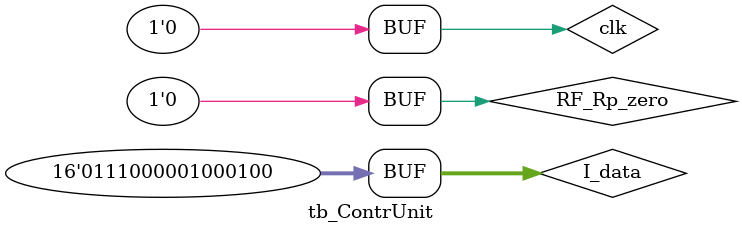
<source format=sv>

module tb_ContrUnit( );

    logic       clk, RF_Rp_zero;
    logic [0:15] I_data;
    logic [0:15] I_addr;
    logic       I_rd, D_rd, D_wr;
    logic [0:3] RF_W_addr, RF_Rp_addr, RF_Rq_addr;
    logic [0:7] D_addr, RF_W_data;
    logic       RF_W_wr, RF_Rp_rd, RF_Rq_rd;
    logic [0:1] RF_s, alu_s;

    ControlUnit simu( clk, RF_Rp_zero,
                      I_data,
                      I_addr,
                      I_rd, D_rd, D_wr,
                      RF_W_addr, RF_Rp_addr, RF_Rq_addr,
                      D_addr, RF_W_data,
                      RF_W_wr, RF_Rp_rd, RF_Rq_rd,
                      RF_s, alu_s );
    
    always
        begin
        clk=1; #5;  clk=0; #5;
        end
    
    initial begin
        RF_Rp_zero = 1;
        I_data= {4'b011, 4'b0100, 8'b00001111}; #40;
        I_data= {4'b011, 4'b1000, 8'b01111000}; #30;
        
        I_data= {4'b010, 4'b0001, 4'b1000, 4'b0100}; #30;
        I_data= {4'b100, 4'b0000, 4'b1000, 4'b0001}; #30;
        
        I_data= {4'b000, 4'b0100, 8'b00001111}; #30;
        I_data= {4'b000, 4'b1000, 8'b01111000}; #30;
        I_data= {4'b001, 4'b0100, 8'b00001111}; #30;
        I_data= {4'b001, 4'b1000, 8'b01111000}; #30;
        
        I_data= {4'b101, 4'b0000, 8'b00001001}; #100;
        RF_Rp_zero = 0;
        I_data= {4'b111, 4'b0000, 8'b01000100}; #100;
    end
endmodule

</source>
